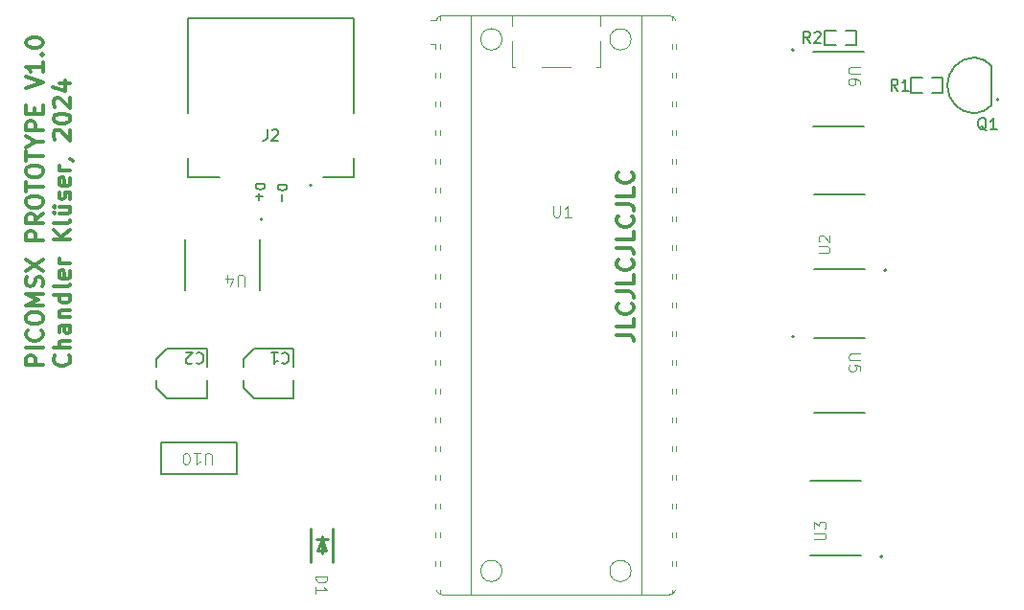
<source format=gbr>
%TF.GenerationSoftware,KiCad,Pcbnew,8.0.1*%
%TF.CreationDate,2024-04-22T15:40:42-03:00*%
%TF.ProjectId,pico-msxcart,7069636f-2d6d-4737-9863-6172742e6b69,rev?*%
%TF.SameCoordinates,Original*%
%TF.FileFunction,Legend,Top*%
%TF.FilePolarity,Positive*%
%FSLAX46Y46*%
G04 Gerber Fmt 4.6, Leading zero omitted, Abs format (unit mm)*
G04 Created by KiCad (PCBNEW 8.0.1) date 2024-04-22 15:40:42*
%MOMM*%
%LPD*%
G01*
G04 APERTURE LIST*
%ADD10C,0.300000*%
%ADD11C,0.187500*%
%ADD12C,0.150000*%
%ADD13C,0.100000*%
%ADD14C,0.200000*%
%ADD15C,0.127000*%
%ADD16C,0.250000*%
%ADD17C,0.120000*%
G04 APERTURE END LIST*
D10*
X144604828Y-94216117D02*
X145676257Y-94216117D01*
X145676257Y-94216117D02*
X145890542Y-94287546D01*
X145890542Y-94287546D02*
X146033400Y-94430403D01*
X146033400Y-94430403D02*
X146104828Y-94644689D01*
X146104828Y-94644689D02*
X146104828Y-94787546D01*
X146104828Y-92787546D02*
X146104828Y-93501832D01*
X146104828Y-93501832D02*
X144604828Y-93501832D01*
X145961971Y-91430403D02*
X146033400Y-91501831D01*
X146033400Y-91501831D02*
X146104828Y-91716117D01*
X146104828Y-91716117D02*
X146104828Y-91858974D01*
X146104828Y-91858974D02*
X146033400Y-92073260D01*
X146033400Y-92073260D02*
X145890542Y-92216117D01*
X145890542Y-92216117D02*
X145747685Y-92287546D01*
X145747685Y-92287546D02*
X145461971Y-92358974D01*
X145461971Y-92358974D02*
X145247685Y-92358974D01*
X145247685Y-92358974D02*
X144961971Y-92287546D01*
X144961971Y-92287546D02*
X144819114Y-92216117D01*
X144819114Y-92216117D02*
X144676257Y-92073260D01*
X144676257Y-92073260D02*
X144604828Y-91858974D01*
X144604828Y-91858974D02*
X144604828Y-91716117D01*
X144604828Y-91716117D02*
X144676257Y-91501831D01*
X144676257Y-91501831D02*
X144747685Y-91430403D01*
X144604828Y-90358974D02*
X145676257Y-90358974D01*
X145676257Y-90358974D02*
X145890542Y-90430403D01*
X145890542Y-90430403D02*
X146033400Y-90573260D01*
X146033400Y-90573260D02*
X146104828Y-90787546D01*
X146104828Y-90787546D02*
X146104828Y-90930403D01*
X146104828Y-88930403D02*
X146104828Y-89644689D01*
X146104828Y-89644689D02*
X144604828Y-89644689D01*
X145961971Y-87573260D02*
X146033400Y-87644688D01*
X146033400Y-87644688D02*
X146104828Y-87858974D01*
X146104828Y-87858974D02*
X146104828Y-88001831D01*
X146104828Y-88001831D02*
X146033400Y-88216117D01*
X146033400Y-88216117D02*
X145890542Y-88358974D01*
X145890542Y-88358974D02*
X145747685Y-88430403D01*
X145747685Y-88430403D02*
X145461971Y-88501831D01*
X145461971Y-88501831D02*
X145247685Y-88501831D01*
X145247685Y-88501831D02*
X144961971Y-88430403D01*
X144961971Y-88430403D02*
X144819114Y-88358974D01*
X144819114Y-88358974D02*
X144676257Y-88216117D01*
X144676257Y-88216117D02*
X144604828Y-88001831D01*
X144604828Y-88001831D02*
X144604828Y-87858974D01*
X144604828Y-87858974D02*
X144676257Y-87644688D01*
X144676257Y-87644688D02*
X144747685Y-87573260D01*
X144604828Y-86501831D02*
X145676257Y-86501831D01*
X145676257Y-86501831D02*
X145890542Y-86573260D01*
X145890542Y-86573260D02*
X146033400Y-86716117D01*
X146033400Y-86716117D02*
X146104828Y-86930403D01*
X146104828Y-86930403D02*
X146104828Y-87073260D01*
X146104828Y-85073260D02*
X146104828Y-85787546D01*
X146104828Y-85787546D02*
X144604828Y-85787546D01*
X145961971Y-83716117D02*
X146033400Y-83787545D01*
X146033400Y-83787545D02*
X146104828Y-84001831D01*
X146104828Y-84001831D02*
X146104828Y-84144688D01*
X146104828Y-84144688D02*
X146033400Y-84358974D01*
X146033400Y-84358974D02*
X145890542Y-84501831D01*
X145890542Y-84501831D02*
X145747685Y-84573260D01*
X145747685Y-84573260D02*
X145461971Y-84644688D01*
X145461971Y-84644688D02*
X145247685Y-84644688D01*
X145247685Y-84644688D02*
X144961971Y-84573260D01*
X144961971Y-84573260D02*
X144819114Y-84501831D01*
X144819114Y-84501831D02*
X144676257Y-84358974D01*
X144676257Y-84358974D02*
X144604828Y-84144688D01*
X144604828Y-84144688D02*
X144604828Y-84001831D01*
X144604828Y-84001831D02*
X144676257Y-83787545D01*
X144676257Y-83787545D02*
X144747685Y-83716117D01*
X144604828Y-82644688D02*
X145676257Y-82644688D01*
X145676257Y-82644688D02*
X145890542Y-82716117D01*
X145890542Y-82716117D02*
X146033400Y-82858974D01*
X146033400Y-82858974D02*
X146104828Y-83073260D01*
X146104828Y-83073260D02*
X146104828Y-83216117D01*
X146104828Y-81216117D02*
X146104828Y-81930403D01*
X146104828Y-81930403D02*
X144604828Y-81930403D01*
X145961971Y-79858974D02*
X146033400Y-79930402D01*
X146033400Y-79930402D02*
X146104828Y-80144688D01*
X146104828Y-80144688D02*
X146104828Y-80287545D01*
X146104828Y-80287545D02*
X146033400Y-80501831D01*
X146033400Y-80501831D02*
X145890542Y-80644688D01*
X145890542Y-80644688D02*
X145747685Y-80716117D01*
X145747685Y-80716117D02*
X145461971Y-80787545D01*
X145461971Y-80787545D02*
X145247685Y-80787545D01*
X145247685Y-80787545D02*
X144961971Y-80716117D01*
X144961971Y-80716117D02*
X144819114Y-80644688D01*
X144819114Y-80644688D02*
X144676257Y-80501831D01*
X144676257Y-80501831D02*
X144604828Y-80287545D01*
X144604828Y-80287545D02*
X144604828Y-80144688D01*
X144604828Y-80144688D02*
X144676257Y-79930402D01*
X144676257Y-79930402D02*
X144747685Y-79858974D01*
D11*
X112720454Y-80882631D02*
X113520454Y-80882631D01*
X113520454Y-80882631D02*
X113520454Y-81073107D01*
X113520454Y-81073107D02*
X113482359Y-81187393D01*
X113482359Y-81187393D02*
X113406169Y-81263583D01*
X113406169Y-81263583D02*
X113329978Y-81301678D01*
X113329978Y-81301678D02*
X113177597Y-81339774D01*
X113177597Y-81339774D02*
X113063311Y-81339774D01*
X113063311Y-81339774D02*
X112910930Y-81301678D01*
X112910930Y-81301678D02*
X112834740Y-81263583D01*
X112834740Y-81263583D02*
X112758550Y-81187393D01*
X112758550Y-81187393D02*
X112720454Y-81073107D01*
X112720454Y-81073107D02*
X112720454Y-80882631D01*
X113025216Y-81682631D02*
X113025216Y-82292155D01*
X112720454Y-81987393D02*
X113329978Y-81987393D01*
D10*
X93956712Y-96879889D02*
X92456712Y-96879889D01*
X92456712Y-96879889D02*
X92456712Y-96308460D01*
X92456712Y-96308460D02*
X92528141Y-96165603D01*
X92528141Y-96165603D02*
X92599569Y-96094174D01*
X92599569Y-96094174D02*
X92742426Y-96022746D01*
X92742426Y-96022746D02*
X92956712Y-96022746D01*
X92956712Y-96022746D02*
X93099569Y-96094174D01*
X93099569Y-96094174D02*
X93170998Y-96165603D01*
X93170998Y-96165603D02*
X93242426Y-96308460D01*
X93242426Y-96308460D02*
X93242426Y-96879889D01*
X93956712Y-95379889D02*
X92456712Y-95379889D01*
X93813855Y-93808460D02*
X93885284Y-93879888D01*
X93885284Y-93879888D02*
X93956712Y-94094174D01*
X93956712Y-94094174D02*
X93956712Y-94237031D01*
X93956712Y-94237031D02*
X93885284Y-94451317D01*
X93885284Y-94451317D02*
X93742426Y-94594174D01*
X93742426Y-94594174D02*
X93599569Y-94665603D01*
X93599569Y-94665603D02*
X93313855Y-94737031D01*
X93313855Y-94737031D02*
X93099569Y-94737031D01*
X93099569Y-94737031D02*
X92813855Y-94665603D01*
X92813855Y-94665603D02*
X92670998Y-94594174D01*
X92670998Y-94594174D02*
X92528141Y-94451317D01*
X92528141Y-94451317D02*
X92456712Y-94237031D01*
X92456712Y-94237031D02*
X92456712Y-94094174D01*
X92456712Y-94094174D02*
X92528141Y-93879888D01*
X92528141Y-93879888D02*
X92599569Y-93808460D01*
X92456712Y-92879888D02*
X92456712Y-92594174D01*
X92456712Y-92594174D02*
X92528141Y-92451317D01*
X92528141Y-92451317D02*
X92670998Y-92308460D01*
X92670998Y-92308460D02*
X92956712Y-92237031D01*
X92956712Y-92237031D02*
X93456712Y-92237031D01*
X93456712Y-92237031D02*
X93742426Y-92308460D01*
X93742426Y-92308460D02*
X93885284Y-92451317D01*
X93885284Y-92451317D02*
X93956712Y-92594174D01*
X93956712Y-92594174D02*
X93956712Y-92879888D01*
X93956712Y-92879888D02*
X93885284Y-93022746D01*
X93885284Y-93022746D02*
X93742426Y-93165603D01*
X93742426Y-93165603D02*
X93456712Y-93237031D01*
X93456712Y-93237031D02*
X92956712Y-93237031D01*
X92956712Y-93237031D02*
X92670998Y-93165603D01*
X92670998Y-93165603D02*
X92528141Y-93022746D01*
X92528141Y-93022746D02*
X92456712Y-92879888D01*
X93956712Y-91594174D02*
X92456712Y-91594174D01*
X92456712Y-91594174D02*
X93528141Y-91094174D01*
X93528141Y-91094174D02*
X92456712Y-90594174D01*
X92456712Y-90594174D02*
X93956712Y-90594174D01*
X93885284Y-89951316D02*
X93956712Y-89737031D01*
X93956712Y-89737031D02*
X93956712Y-89379888D01*
X93956712Y-89379888D02*
X93885284Y-89237031D01*
X93885284Y-89237031D02*
X93813855Y-89165602D01*
X93813855Y-89165602D02*
X93670998Y-89094173D01*
X93670998Y-89094173D02*
X93528141Y-89094173D01*
X93528141Y-89094173D02*
X93385284Y-89165602D01*
X93385284Y-89165602D02*
X93313855Y-89237031D01*
X93313855Y-89237031D02*
X93242426Y-89379888D01*
X93242426Y-89379888D02*
X93170998Y-89665602D01*
X93170998Y-89665602D02*
X93099569Y-89808459D01*
X93099569Y-89808459D02*
X93028141Y-89879888D01*
X93028141Y-89879888D02*
X92885284Y-89951316D01*
X92885284Y-89951316D02*
X92742426Y-89951316D01*
X92742426Y-89951316D02*
X92599569Y-89879888D01*
X92599569Y-89879888D02*
X92528141Y-89808459D01*
X92528141Y-89808459D02*
X92456712Y-89665602D01*
X92456712Y-89665602D02*
X92456712Y-89308459D01*
X92456712Y-89308459D02*
X92528141Y-89094173D01*
X92456712Y-88594174D02*
X93956712Y-87594174D01*
X92456712Y-87594174D02*
X93956712Y-88594174D01*
X93956712Y-85879889D02*
X92456712Y-85879889D01*
X92456712Y-85879889D02*
X92456712Y-85308460D01*
X92456712Y-85308460D02*
X92528141Y-85165603D01*
X92528141Y-85165603D02*
X92599569Y-85094174D01*
X92599569Y-85094174D02*
X92742426Y-85022746D01*
X92742426Y-85022746D02*
X92956712Y-85022746D01*
X92956712Y-85022746D02*
X93099569Y-85094174D01*
X93099569Y-85094174D02*
X93170998Y-85165603D01*
X93170998Y-85165603D02*
X93242426Y-85308460D01*
X93242426Y-85308460D02*
X93242426Y-85879889D01*
X93956712Y-83522746D02*
X93242426Y-84022746D01*
X93956712Y-84379889D02*
X92456712Y-84379889D01*
X92456712Y-84379889D02*
X92456712Y-83808460D01*
X92456712Y-83808460D02*
X92528141Y-83665603D01*
X92528141Y-83665603D02*
X92599569Y-83594174D01*
X92599569Y-83594174D02*
X92742426Y-83522746D01*
X92742426Y-83522746D02*
X92956712Y-83522746D01*
X92956712Y-83522746D02*
X93099569Y-83594174D01*
X93099569Y-83594174D02*
X93170998Y-83665603D01*
X93170998Y-83665603D02*
X93242426Y-83808460D01*
X93242426Y-83808460D02*
X93242426Y-84379889D01*
X92456712Y-82594174D02*
X92456712Y-82308460D01*
X92456712Y-82308460D02*
X92528141Y-82165603D01*
X92528141Y-82165603D02*
X92670998Y-82022746D01*
X92670998Y-82022746D02*
X92956712Y-81951317D01*
X92956712Y-81951317D02*
X93456712Y-81951317D01*
X93456712Y-81951317D02*
X93742426Y-82022746D01*
X93742426Y-82022746D02*
X93885284Y-82165603D01*
X93885284Y-82165603D02*
X93956712Y-82308460D01*
X93956712Y-82308460D02*
X93956712Y-82594174D01*
X93956712Y-82594174D02*
X93885284Y-82737032D01*
X93885284Y-82737032D02*
X93742426Y-82879889D01*
X93742426Y-82879889D02*
X93456712Y-82951317D01*
X93456712Y-82951317D02*
X92956712Y-82951317D01*
X92956712Y-82951317D02*
X92670998Y-82879889D01*
X92670998Y-82879889D02*
X92528141Y-82737032D01*
X92528141Y-82737032D02*
X92456712Y-82594174D01*
X92456712Y-81522745D02*
X92456712Y-80665603D01*
X93956712Y-81094174D02*
X92456712Y-81094174D01*
X92456712Y-79879888D02*
X92456712Y-79594174D01*
X92456712Y-79594174D02*
X92528141Y-79451317D01*
X92528141Y-79451317D02*
X92670998Y-79308460D01*
X92670998Y-79308460D02*
X92956712Y-79237031D01*
X92956712Y-79237031D02*
X93456712Y-79237031D01*
X93456712Y-79237031D02*
X93742426Y-79308460D01*
X93742426Y-79308460D02*
X93885284Y-79451317D01*
X93885284Y-79451317D02*
X93956712Y-79594174D01*
X93956712Y-79594174D02*
X93956712Y-79879888D01*
X93956712Y-79879888D02*
X93885284Y-80022746D01*
X93885284Y-80022746D02*
X93742426Y-80165603D01*
X93742426Y-80165603D02*
X93456712Y-80237031D01*
X93456712Y-80237031D02*
X92956712Y-80237031D01*
X92956712Y-80237031D02*
X92670998Y-80165603D01*
X92670998Y-80165603D02*
X92528141Y-80022746D01*
X92528141Y-80022746D02*
X92456712Y-79879888D01*
X92456712Y-78808459D02*
X92456712Y-77951317D01*
X93956712Y-78379888D02*
X92456712Y-78379888D01*
X93242426Y-77165602D02*
X93956712Y-77165602D01*
X92456712Y-77665602D02*
X93242426Y-77165602D01*
X93242426Y-77165602D02*
X92456712Y-76665602D01*
X93956712Y-76165603D02*
X92456712Y-76165603D01*
X92456712Y-76165603D02*
X92456712Y-75594174D01*
X92456712Y-75594174D02*
X92528141Y-75451317D01*
X92528141Y-75451317D02*
X92599569Y-75379888D01*
X92599569Y-75379888D02*
X92742426Y-75308460D01*
X92742426Y-75308460D02*
X92956712Y-75308460D01*
X92956712Y-75308460D02*
X93099569Y-75379888D01*
X93099569Y-75379888D02*
X93170998Y-75451317D01*
X93170998Y-75451317D02*
X93242426Y-75594174D01*
X93242426Y-75594174D02*
X93242426Y-76165603D01*
X93170998Y-74665603D02*
X93170998Y-74165603D01*
X93956712Y-73951317D02*
X93956712Y-74665603D01*
X93956712Y-74665603D02*
X92456712Y-74665603D01*
X92456712Y-74665603D02*
X92456712Y-73951317D01*
X92456712Y-72379888D02*
X93956712Y-71879888D01*
X93956712Y-71879888D02*
X92456712Y-71379888D01*
X93956712Y-70094174D02*
X93956712Y-70951317D01*
X93956712Y-70522746D02*
X92456712Y-70522746D01*
X92456712Y-70522746D02*
X92670998Y-70665603D01*
X92670998Y-70665603D02*
X92813855Y-70808460D01*
X92813855Y-70808460D02*
X92885284Y-70951317D01*
X93813855Y-69451318D02*
X93885284Y-69379889D01*
X93885284Y-69379889D02*
X93956712Y-69451318D01*
X93956712Y-69451318D02*
X93885284Y-69522746D01*
X93885284Y-69522746D02*
X93813855Y-69451318D01*
X93813855Y-69451318D02*
X93956712Y-69451318D01*
X92456712Y-68451317D02*
X92456712Y-68308460D01*
X92456712Y-68308460D02*
X92528141Y-68165603D01*
X92528141Y-68165603D02*
X92599569Y-68094175D01*
X92599569Y-68094175D02*
X92742426Y-68022746D01*
X92742426Y-68022746D02*
X93028141Y-67951317D01*
X93028141Y-67951317D02*
X93385284Y-67951317D01*
X93385284Y-67951317D02*
X93670998Y-68022746D01*
X93670998Y-68022746D02*
X93813855Y-68094175D01*
X93813855Y-68094175D02*
X93885284Y-68165603D01*
X93885284Y-68165603D02*
X93956712Y-68308460D01*
X93956712Y-68308460D02*
X93956712Y-68451317D01*
X93956712Y-68451317D02*
X93885284Y-68594175D01*
X93885284Y-68594175D02*
X93813855Y-68665603D01*
X93813855Y-68665603D02*
X93670998Y-68737032D01*
X93670998Y-68737032D02*
X93385284Y-68808460D01*
X93385284Y-68808460D02*
X93028141Y-68808460D01*
X93028141Y-68808460D02*
X92742426Y-68737032D01*
X92742426Y-68737032D02*
X92599569Y-68665603D01*
X92599569Y-68665603D02*
X92528141Y-68594175D01*
X92528141Y-68594175D02*
X92456712Y-68451317D01*
X96228771Y-96022746D02*
X96300200Y-96094174D01*
X96300200Y-96094174D02*
X96371628Y-96308460D01*
X96371628Y-96308460D02*
X96371628Y-96451317D01*
X96371628Y-96451317D02*
X96300200Y-96665603D01*
X96300200Y-96665603D02*
X96157342Y-96808460D01*
X96157342Y-96808460D02*
X96014485Y-96879889D01*
X96014485Y-96879889D02*
X95728771Y-96951317D01*
X95728771Y-96951317D02*
X95514485Y-96951317D01*
X95514485Y-96951317D02*
X95228771Y-96879889D01*
X95228771Y-96879889D02*
X95085914Y-96808460D01*
X95085914Y-96808460D02*
X94943057Y-96665603D01*
X94943057Y-96665603D02*
X94871628Y-96451317D01*
X94871628Y-96451317D02*
X94871628Y-96308460D01*
X94871628Y-96308460D02*
X94943057Y-96094174D01*
X94943057Y-96094174D02*
X95014485Y-96022746D01*
X96371628Y-95379889D02*
X94871628Y-95379889D01*
X96371628Y-94737032D02*
X95585914Y-94737032D01*
X95585914Y-94737032D02*
X95443057Y-94808460D01*
X95443057Y-94808460D02*
X95371628Y-94951317D01*
X95371628Y-94951317D02*
X95371628Y-95165603D01*
X95371628Y-95165603D02*
X95443057Y-95308460D01*
X95443057Y-95308460D02*
X95514485Y-95379889D01*
X96371628Y-93379889D02*
X95585914Y-93379889D01*
X95585914Y-93379889D02*
X95443057Y-93451317D01*
X95443057Y-93451317D02*
X95371628Y-93594174D01*
X95371628Y-93594174D02*
X95371628Y-93879889D01*
X95371628Y-93879889D02*
X95443057Y-94022746D01*
X96300200Y-93379889D02*
X96371628Y-93522746D01*
X96371628Y-93522746D02*
X96371628Y-93879889D01*
X96371628Y-93879889D02*
X96300200Y-94022746D01*
X96300200Y-94022746D02*
X96157342Y-94094174D01*
X96157342Y-94094174D02*
X96014485Y-94094174D01*
X96014485Y-94094174D02*
X95871628Y-94022746D01*
X95871628Y-94022746D02*
X95800200Y-93879889D01*
X95800200Y-93879889D02*
X95800200Y-93522746D01*
X95800200Y-93522746D02*
X95728771Y-93379889D01*
X95371628Y-92665603D02*
X96371628Y-92665603D01*
X95514485Y-92665603D02*
X95443057Y-92594174D01*
X95443057Y-92594174D02*
X95371628Y-92451317D01*
X95371628Y-92451317D02*
X95371628Y-92237031D01*
X95371628Y-92237031D02*
X95443057Y-92094174D01*
X95443057Y-92094174D02*
X95585914Y-92022746D01*
X95585914Y-92022746D02*
X96371628Y-92022746D01*
X96371628Y-90665603D02*
X94871628Y-90665603D01*
X96300200Y-90665603D02*
X96371628Y-90808460D01*
X96371628Y-90808460D02*
X96371628Y-91094174D01*
X96371628Y-91094174D02*
X96300200Y-91237031D01*
X96300200Y-91237031D02*
X96228771Y-91308460D01*
X96228771Y-91308460D02*
X96085914Y-91379888D01*
X96085914Y-91379888D02*
X95657342Y-91379888D01*
X95657342Y-91379888D02*
X95514485Y-91308460D01*
X95514485Y-91308460D02*
X95443057Y-91237031D01*
X95443057Y-91237031D02*
X95371628Y-91094174D01*
X95371628Y-91094174D02*
X95371628Y-90808460D01*
X95371628Y-90808460D02*
X95443057Y-90665603D01*
X96371628Y-89737031D02*
X96300200Y-89879888D01*
X96300200Y-89879888D02*
X96157342Y-89951317D01*
X96157342Y-89951317D02*
X94871628Y-89951317D01*
X96300200Y-88594174D02*
X96371628Y-88737031D01*
X96371628Y-88737031D02*
X96371628Y-89022746D01*
X96371628Y-89022746D02*
X96300200Y-89165603D01*
X96300200Y-89165603D02*
X96157342Y-89237031D01*
X96157342Y-89237031D02*
X95585914Y-89237031D01*
X95585914Y-89237031D02*
X95443057Y-89165603D01*
X95443057Y-89165603D02*
X95371628Y-89022746D01*
X95371628Y-89022746D02*
X95371628Y-88737031D01*
X95371628Y-88737031D02*
X95443057Y-88594174D01*
X95443057Y-88594174D02*
X95585914Y-88522746D01*
X95585914Y-88522746D02*
X95728771Y-88522746D01*
X95728771Y-88522746D02*
X95871628Y-89237031D01*
X96371628Y-87879889D02*
X95371628Y-87879889D01*
X95657342Y-87879889D02*
X95514485Y-87808460D01*
X95514485Y-87808460D02*
X95443057Y-87737032D01*
X95443057Y-87737032D02*
X95371628Y-87594174D01*
X95371628Y-87594174D02*
X95371628Y-87451317D01*
X96371628Y-85808461D02*
X94871628Y-85808461D01*
X96371628Y-84951318D02*
X95514485Y-85594175D01*
X94871628Y-84951318D02*
X95728771Y-85808461D01*
X96371628Y-84094175D02*
X96300200Y-84237032D01*
X96300200Y-84237032D02*
X96157342Y-84308461D01*
X96157342Y-84308461D02*
X94871628Y-84308461D01*
X95371628Y-82879890D02*
X96371628Y-82879890D01*
X95371628Y-83522747D02*
X96157342Y-83522747D01*
X96157342Y-83522747D02*
X96300200Y-83451318D01*
X96300200Y-83451318D02*
X96371628Y-83308461D01*
X96371628Y-83308461D02*
X96371628Y-83094175D01*
X96371628Y-83094175D02*
X96300200Y-82951318D01*
X96300200Y-82951318D02*
X96228771Y-82879890D01*
X94871628Y-83451318D02*
X94943057Y-83379890D01*
X94943057Y-83379890D02*
X95014485Y-83451318D01*
X95014485Y-83451318D02*
X94943057Y-83522747D01*
X94943057Y-83522747D02*
X94871628Y-83451318D01*
X94871628Y-83451318D02*
X95014485Y-83451318D01*
X94871628Y-82879890D02*
X94943057Y-82808461D01*
X94943057Y-82808461D02*
X95014485Y-82879890D01*
X95014485Y-82879890D02*
X94943057Y-82951318D01*
X94943057Y-82951318D02*
X94871628Y-82879890D01*
X94871628Y-82879890D02*
X95014485Y-82879890D01*
X96300200Y-82237032D02*
X96371628Y-82094175D01*
X96371628Y-82094175D02*
X96371628Y-81808461D01*
X96371628Y-81808461D02*
X96300200Y-81665604D01*
X96300200Y-81665604D02*
X96157342Y-81594175D01*
X96157342Y-81594175D02*
X96085914Y-81594175D01*
X96085914Y-81594175D02*
X95943057Y-81665604D01*
X95943057Y-81665604D02*
X95871628Y-81808461D01*
X95871628Y-81808461D02*
X95871628Y-82022747D01*
X95871628Y-82022747D02*
X95800200Y-82165604D01*
X95800200Y-82165604D02*
X95657342Y-82237032D01*
X95657342Y-82237032D02*
X95585914Y-82237032D01*
X95585914Y-82237032D02*
X95443057Y-82165604D01*
X95443057Y-82165604D02*
X95371628Y-82022747D01*
X95371628Y-82022747D02*
X95371628Y-81808461D01*
X95371628Y-81808461D02*
X95443057Y-81665604D01*
X96300200Y-80379889D02*
X96371628Y-80522746D01*
X96371628Y-80522746D02*
X96371628Y-80808461D01*
X96371628Y-80808461D02*
X96300200Y-80951318D01*
X96300200Y-80951318D02*
X96157342Y-81022746D01*
X96157342Y-81022746D02*
X95585914Y-81022746D01*
X95585914Y-81022746D02*
X95443057Y-80951318D01*
X95443057Y-80951318D02*
X95371628Y-80808461D01*
X95371628Y-80808461D02*
X95371628Y-80522746D01*
X95371628Y-80522746D02*
X95443057Y-80379889D01*
X95443057Y-80379889D02*
X95585914Y-80308461D01*
X95585914Y-80308461D02*
X95728771Y-80308461D01*
X95728771Y-80308461D02*
X95871628Y-81022746D01*
X96371628Y-79665604D02*
X95371628Y-79665604D01*
X95657342Y-79665604D02*
X95514485Y-79594175D01*
X95514485Y-79594175D02*
X95443057Y-79522747D01*
X95443057Y-79522747D02*
X95371628Y-79379889D01*
X95371628Y-79379889D02*
X95371628Y-79237032D01*
X96300200Y-78665604D02*
X96371628Y-78665604D01*
X96371628Y-78665604D02*
X96514485Y-78737033D01*
X96514485Y-78737033D02*
X96585914Y-78808461D01*
X95014485Y-76951318D02*
X94943057Y-76879890D01*
X94943057Y-76879890D02*
X94871628Y-76737033D01*
X94871628Y-76737033D02*
X94871628Y-76379890D01*
X94871628Y-76379890D02*
X94943057Y-76237033D01*
X94943057Y-76237033D02*
X95014485Y-76165604D01*
X95014485Y-76165604D02*
X95157342Y-76094175D01*
X95157342Y-76094175D02*
X95300200Y-76094175D01*
X95300200Y-76094175D02*
X95514485Y-76165604D01*
X95514485Y-76165604D02*
X96371628Y-77022747D01*
X96371628Y-77022747D02*
X96371628Y-76094175D01*
X94871628Y-75165604D02*
X94871628Y-75022747D01*
X94871628Y-75022747D02*
X94943057Y-74879890D01*
X94943057Y-74879890D02*
X95014485Y-74808462D01*
X95014485Y-74808462D02*
X95157342Y-74737033D01*
X95157342Y-74737033D02*
X95443057Y-74665604D01*
X95443057Y-74665604D02*
X95800200Y-74665604D01*
X95800200Y-74665604D02*
X96085914Y-74737033D01*
X96085914Y-74737033D02*
X96228771Y-74808462D01*
X96228771Y-74808462D02*
X96300200Y-74879890D01*
X96300200Y-74879890D02*
X96371628Y-75022747D01*
X96371628Y-75022747D02*
X96371628Y-75165604D01*
X96371628Y-75165604D02*
X96300200Y-75308462D01*
X96300200Y-75308462D02*
X96228771Y-75379890D01*
X96228771Y-75379890D02*
X96085914Y-75451319D01*
X96085914Y-75451319D02*
X95800200Y-75522747D01*
X95800200Y-75522747D02*
X95443057Y-75522747D01*
X95443057Y-75522747D02*
X95157342Y-75451319D01*
X95157342Y-75451319D02*
X95014485Y-75379890D01*
X95014485Y-75379890D02*
X94943057Y-75308462D01*
X94943057Y-75308462D02*
X94871628Y-75165604D01*
X95014485Y-74094176D02*
X94943057Y-74022748D01*
X94943057Y-74022748D02*
X94871628Y-73879891D01*
X94871628Y-73879891D02*
X94871628Y-73522748D01*
X94871628Y-73522748D02*
X94943057Y-73379891D01*
X94943057Y-73379891D02*
X95014485Y-73308462D01*
X95014485Y-73308462D02*
X95157342Y-73237033D01*
X95157342Y-73237033D02*
X95300200Y-73237033D01*
X95300200Y-73237033D02*
X95514485Y-73308462D01*
X95514485Y-73308462D02*
X96371628Y-74165605D01*
X96371628Y-74165605D02*
X96371628Y-73237033D01*
X95371628Y-71951320D02*
X96371628Y-71951320D01*
X94800200Y-72308462D02*
X95871628Y-72665605D01*
X95871628Y-72665605D02*
X95871628Y-71737034D01*
D11*
X114701654Y-80984231D02*
X115501654Y-80984231D01*
X115501654Y-80984231D02*
X115501654Y-81174707D01*
X115501654Y-81174707D02*
X115463559Y-81288993D01*
X115463559Y-81288993D02*
X115387369Y-81365183D01*
X115387369Y-81365183D02*
X115311178Y-81403278D01*
X115311178Y-81403278D02*
X115158797Y-81441374D01*
X115158797Y-81441374D02*
X115044511Y-81441374D01*
X115044511Y-81441374D02*
X114892130Y-81403278D01*
X114892130Y-81403278D02*
X114815940Y-81365183D01*
X114815940Y-81365183D02*
X114739750Y-81288993D01*
X114739750Y-81288993D02*
X114701654Y-81174707D01*
X114701654Y-81174707D02*
X114701654Y-80984231D01*
X115006416Y-81784231D02*
X115006416Y-82393755D01*
D12*
X113746666Y-76061219D02*
X113746666Y-76775504D01*
X113746666Y-76775504D02*
X113699047Y-76918361D01*
X113699047Y-76918361D02*
X113603809Y-77013600D01*
X113603809Y-77013600D02*
X113460952Y-77061219D01*
X113460952Y-77061219D02*
X113365714Y-77061219D01*
X114175238Y-76156457D02*
X114222857Y-76108838D01*
X114222857Y-76108838D02*
X114318095Y-76061219D01*
X114318095Y-76061219D02*
X114556190Y-76061219D01*
X114556190Y-76061219D02*
X114651428Y-76108838D01*
X114651428Y-76108838D02*
X114699047Y-76156457D01*
X114699047Y-76156457D02*
X114746666Y-76251695D01*
X114746666Y-76251695D02*
X114746666Y-76346933D01*
X114746666Y-76346933D02*
X114699047Y-76489790D01*
X114699047Y-76489790D02*
X114127619Y-77061219D01*
X114127619Y-77061219D02*
X114746666Y-77061219D01*
X169423333Y-72619619D02*
X169090000Y-72143428D01*
X168851905Y-72619619D02*
X168851905Y-71619619D01*
X168851905Y-71619619D02*
X169232857Y-71619619D01*
X169232857Y-71619619D02*
X169328095Y-71667238D01*
X169328095Y-71667238D02*
X169375714Y-71714857D01*
X169375714Y-71714857D02*
X169423333Y-71810095D01*
X169423333Y-71810095D02*
X169423333Y-71952952D01*
X169423333Y-71952952D02*
X169375714Y-72048190D01*
X169375714Y-72048190D02*
X169328095Y-72095809D01*
X169328095Y-72095809D02*
X169232857Y-72143428D01*
X169232857Y-72143428D02*
X168851905Y-72143428D01*
X170375714Y-72619619D02*
X169804286Y-72619619D01*
X170090000Y-72619619D02*
X170090000Y-71619619D01*
X170090000Y-71619619D02*
X169994762Y-71762476D01*
X169994762Y-71762476D02*
X169899524Y-71857714D01*
X169899524Y-71857714D02*
X169804286Y-71905333D01*
D13*
X166073380Y-70563295D02*
X165263857Y-70563295D01*
X165263857Y-70563295D02*
X165168619Y-70610914D01*
X165168619Y-70610914D02*
X165121000Y-70658533D01*
X165121000Y-70658533D02*
X165073380Y-70753771D01*
X165073380Y-70753771D02*
X165073380Y-70944247D01*
X165073380Y-70944247D02*
X165121000Y-71039485D01*
X165121000Y-71039485D02*
X165168619Y-71087104D01*
X165168619Y-71087104D02*
X165263857Y-71134723D01*
X165263857Y-71134723D02*
X166073380Y-71134723D01*
X166073380Y-72039485D02*
X166073380Y-71849009D01*
X166073380Y-71849009D02*
X166025761Y-71753771D01*
X166025761Y-71753771D02*
X165978142Y-71706152D01*
X165978142Y-71706152D02*
X165835285Y-71610914D01*
X165835285Y-71610914D02*
X165644809Y-71563295D01*
X165644809Y-71563295D02*
X165263857Y-71563295D01*
X165263857Y-71563295D02*
X165168619Y-71610914D01*
X165168619Y-71610914D02*
X165121000Y-71658533D01*
X165121000Y-71658533D02*
X165073380Y-71753771D01*
X165073380Y-71753771D02*
X165073380Y-71944247D01*
X165073380Y-71944247D02*
X165121000Y-72039485D01*
X165121000Y-72039485D02*
X165168619Y-72087104D01*
X165168619Y-72087104D02*
X165263857Y-72134723D01*
X165263857Y-72134723D02*
X165501952Y-72134723D01*
X165501952Y-72134723D02*
X165597190Y-72087104D01*
X165597190Y-72087104D02*
X165644809Y-72039485D01*
X165644809Y-72039485D02*
X165692428Y-71944247D01*
X165692428Y-71944247D02*
X165692428Y-71753771D01*
X165692428Y-71753771D02*
X165644809Y-71658533D01*
X165644809Y-71658533D02*
X165597190Y-71610914D01*
X165597190Y-71610914D02*
X165501952Y-71563295D01*
X111709104Y-89899780D02*
X111709104Y-89090257D01*
X111709104Y-89090257D02*
X111661485Y-88995019D01*
X111661485Y-88995019D02*
X111613866Y-88947400D01*
X111613866Y-88947400D02*
X111518628Y-88899780D01*
X111518628Y-88899780D02*
X111328152Y-88899780D01*
X111328152Y-88899780D02*
X111232914Y-88947400D01*
X111232914Y-88947400D02*
X111185295Y-88995019D01*
X111185295Y-88995019D02*
X111137676Y-89090257D01*
X111137676Y-89090257D02*
X111137676Y-89899780D01*
X110232914Y-89566447D02*
X110232914Y-88899780D01*
X110471009Y-89947400D02*
X110709104Y-89233114D01*
X110709104Y-89233114D02*
X110090057Y-89233114D01*
X108829094Y-105669780D02*
X108829094Y-104860257D01*
X108829094Y-104860257D02*
X108781475Y-104765019D01*
X108781475Y-104765019D02*
X108733856Y-104717400D01*
X108733856Y-104717400D02*
X108638618Y-104669780D01*
X108638618Y-104669780D02*
X108448142Y-104669780D01*
X108448142Y-104669780D02*
X108352904Y-104717400D01*
X108352904Y-104717400D02*
X108305285Y-104765019D01*
X108305285Y-104765019D02*
X108257666Y-104860257D01*
X108257666Y-104860257D02*
X108257666Y-105669780D01*
X107257666Y-104669780D02*
X107829094Y-104669780D01*
X107543380Y-104669780D02*
X107543380Y-105669780D01*
X107543380Y-105669780D02*
X107638618Y-105526923D01*
X107638618Y-105526923D02*
X107733856Y-105431685D01*
X107733856Y-105431685D02*
X107829094Y-105384066D01*
X106638618Y-105669780D02*
X106543380Y-105669780D01*
X106543380Y-105669780D02*
X106448142Y-105622161D01*
X106448142Y-105622161D02*
X106400523Y-105574542D01*
X106400523Y-105574542D02*
X106352904Y-105479304D01*
X106352904Y-105479304D02*
X106305285Y-105288828D01*
X106305285Y-105288828D02*
X106305285Y-105050733D01*
X106305285Y-105050733D02*
X106352904Y-104860257D01*
X106352904Y-104860257D02*
X106400523Y-104765019D01*
X106400523Y-104765019D02*
X106448142Y-104717400D01*
X106448142Y-104717400D02*
X106543380Y-104669780D01*
X106543380Y-104669780D02*
X106638618Y-104669780D01*
X106638618Y-104669780D02*
X106733856Y-104717400D01*
X106733856Y-104717400D02*
X106781475Y-104765019D01*
X106781475Y-104765019D02*
X106829094Y-104860257D01*
X106829094Y-104860257D02*
X106876713Y-105050733D01*
X106876713Y-105050733D02*
X106876713Y-105288828D01*
X106876713Y-105288828D02*
X106829094Y-105479304D01*
X106829094Y-105479304D02*
X106781475Y-105574542D01*
X106781475Y-105574542D02*
X106733856Y-105622161D01*
X106733856Y-105622161D02*
X106638618Y-105669780D01*
X166104580Y-95894595D02*
X165295057Y-95894595D01*
X165295057Y-95894595D02*
X165199819Y-95942214D01*
X165199819Y-95942214D02*
X165152200Y-95989833D01*
X165152200Y-95989833D02*
X165104580Y-96085071D01*
X165104580Y-96085071D02*
X165104580Y-96275547D01*
X165104580Y-96275547D02*
X165152200Y-96370785D01*
X165152200Y-96370785D02*
X165199819Y-96418404D01*
X165199819Y-96418404D02*
X165295057Y-96466023D01*
X165295057Y-96466023D02*
X166104580Y-96466023D01*
X166104580Y-97418404D02*
X166104580Y-96942214D01*
X166104580Y-96942214D02*
X165628390Y-96894595D01*
X165628390Y-96894595D02*
X165676009Y-96942214D01*
X165676009Y-96942214D02*
X165723628Y-97037452D01*
X165723628Y-97037452D02*
X165723628Y-97275547D01*
X165723628Y-97275547D02*
X165676009Y-97370785D01*
X165676009Y-97370785D02*
X165628390Y-97418404D01*
X165628390Y-97418404D02*
X165533152Y-97466023D01*
X165533152Y-97466023D02*
X165295057Y-97466023D01*
X165295057Y-97466023D02*
X165199819Y-97418404D01*
X165199819Y-97418404D02*
X165152200Y-97370785D01*
X165152200Y-97370785D02*
X165104580Y-97275547D01*
X165104580Y-97275547D02*
X165104580Y-97037452D01*
X165104580Y-97037452D02*
X165152200Y-96942214D01*
X165152200Y-96942214D02*
X165199819Y-96894595D01*
D12*
X107498066Y-95881019D02*
X107545685Y-95833400D01*
X107545685Y-95833400D02*
X107688542Y-95785780D01*
X107688542Y-95785780D02*
X107783780Y-95785780D01*
X107783780Y-95785780D02*
X107926637Y-95833400D01*
X107926637Y-95833400D02*
X108021875Y-95928638D01*
X108021875Y-95928638D02*
X108069494Y-96023876D01*
X108069494Y-96023876D02*
X108117113Y-96214352D01*
X108117113Y-96214352D02*
X108117113Y-96357209D01*
X108117113Y-96357209D02*
X108069494Y-96547685D01*
X108069494Y-96547685D02*
X108021875Y-96642923D01*
X108021875Y-96642923D02*
X107926637Y-96738161D01*
X107926637Y-96738161D02*
X107783780Y-96785780D01*
X107783780Y-96785780D02*
X107688542Y-96785780D01*
X107688542Y-96785780D02*
X107545685Y-96738161D01*
X107545685Y-96738161D02*
X107498066Y-96690542D01*
X107117113Y-96690542D02*
X107069494Y-96738161D01*
X107069494Y-96738161D02*
X106974256Y-96785780D01*
X106974256Y-96785780D02*
X106736161Y-96785780D01*
X106736161Y-96785780D02*
X106640923Y-96738161D01*
X106640923Y-96738161D02*
X106593304Y-96690542D01*
X106593304Y-96690542D02*
X106545685Y-96595304D01*
X106545685Y-96595304D02*
X106545685Y-96500066D01*
X106545685Y-96500066D02*
X106593304Y-96357209D01*
X106593304Y-96357209D02*
X107164732Y-95785780D01*
X107164732Y-95785780D02*
X106545685Y-95785780D01*
D13*
X118048780Y-115543684D02*
X119048780Y-115543684D01*
X119048780Y-115543684D02*
X119048780Y-115781779D01*
X119048780Y-115781779D02*
X119001161Y-115924636D01*
X119001161Y-115924636D02*
X118905923Y-116019874D01*
X118905923Y-116019874D02*
X118810685Y-116067493D01*
X118810685Y-116067493D02*
X118620209Y-116115112D01*
X118620209Y-116115112D02*
X118477352Y-116115112D01*
X118477352Y-116115112D02*
X118286876Y-116067493D01*
X118286876Y-116067493D02*
X118191638Y-116019874D01*
X118191638Y-116019874D02*
X118096400Y-115924636D01*
X118096400Y-115924636D02*
X118048780Y-115781779D01*
X118048780Y-115781779D02*
X118048780Y-115543684D01*
X118048780Y-117067493D02*
X118048780Y-116496065D01*
X118048780Y-116781779D02*
X119048780Y-116781779D01*
X119048780Y-116781779D02*
X118905923Y-116686541D01*
X118905923Y-116686541D02*
X118810685Y-116591303D01*
X118810685Y-116591303D02*
X118763066Y-116496065D01*
D12*
X115050866Y-95881019D02*
X115098485Y-95833400D01*
X115098485Y-95833400D02*
X115241342Y-95785780D01*
X115241342Y-95785780D02*
X115336580Y-95785780D01*
X115336580Y-95785780D02*
X115479437Y-95833400D01*
X115479437Y-95833400D02*
X115574675Y-95928638D01*
X115574675Y-95928638D02*
X115622294Y-96023876D01*
X115622294Y-96023876D02*
X115669913Y-96214352D01*
X115669913Y-96214352D02*
X115669913Y-96357209D01*
X115669913Y-96357209D02*
X115622294Y-96547685D01*
X115622294Y-96547685D02*
X115574675Y-96642923D01*
X115574675Y-96642923D02*
X115479437Y-96738161D01*
X115479437Y-96738161D02*
X115336580Y-96785780D01*
X115336580Y-96785780D02*
X115241342Y-96785780D01*
X115241342Y-96785780D02*
X115098485Y-96738161D01*
X115098485Y-96738161D02*
X115050866Y-96690542D01*
X114098485Y-95785780D02*
X114669913Y-95785780D01*
X114384199Y-95785780D02*
X114384199Y-96785780D01*
X114384199Y-96785780D02*
X114479437Y-96642923D01*
X114479437Y-96642923D02*
X114574675Y-96547685D01*
X114574675Y-96547685D02*
X114669913Y-96500066D01*
D13*
X139005875Y-82794842D02*
X139005875Y-83604365D01*
X139005875Y-83604365D02*
X139053494Y-83699603D01*
X139053494Y-83699603D02*
X139101113Y-83747223D01*
X139101113Y-83747223D02*
X139196351Y-83794842D01*
X139196351Y-83794842D02*
X139386827Y-83794842D01*
X139386827Y-83794842D02*
X139482065Y-83747223D01*
X139482065Y-83747223D02*
X139529684Y-83699603D01*
X139529684Y-83699603D02*
X139577303Y-83604365D01*
X139577303Y-83604365D02*
X139577303Y-82794842D01*
X140577303Y-83794842D02*
X140005875Y-83794842D01*
X140291589Y-83794842D02*
X140291589Y-82794842D01*
X140291589Y-82794842D02*
X140196351Y-82937699D01*
X140196351Y-82937699D02*
X140101113Y-83032937D01*
X140101113Y-83032937D02*
X140005875Y-83080556D01*
X162419019Y-86986804D02*
X163228542Y-86986804D01*
X163228542Y-86986804D02*
X163323780Y-86939185D01*
X163323780Y-86939185D02*
X163371400Y-86891566D01*
X163371400Y-86891566D02*
X163419019Y-86796328D01*
X163419019Y-86796328D02*
X163419019Y-86605852D01*
X163419019Y-86605852D02*
X163371400Y-86510614D01*
X163371400Y-86510614D02*
X163323780Y-86462995D01*
X163323780Y-86462995D02*
X163228542Y-86415376D01*
X163228542Y-86415376D02*
X162419019Y-86415376D01*
X162514257Y-85986804D02*
X162466638Y-85939185D01*
X162466638Y-85939185D02*
X162419019Y-85843947D01*
X162419019Y-85843947D02*
X162419019Y-85605852D01*
X162419019Y-85605852D02*
X162466638Y-85510614D01*
X162466638Y-85510614D02*
X162514257Y-85462995D01*
X162514257Y-85462995D02*
X162609495Y-85415376D01*
X162609495Y-85415376D02*
X162704733Y-85415376D01*
X162704733Y-85415376D02*
X162847590Y-85462995D01*
X162847590Y-85462995D02*
X163419019Y-86034423D01*
X163419019Y-86034423D02*
X163419019Y-85415376D01*
X162074419Y-112318104D02*
X162883942Y-112318104D01*
X162883942Y-112318104D02*
X162979180Y-112270485D01*
X162979180Y-112270485D02*
X163026800Y-112222866D01*
X163026800Y-112222866D02*
X163074419Y-112127628D01*
X163074419Y-112127628D02*
X163074419Y-111937152D01*
X163074419Y-111937152D02*
X163026800Y-111841914D01*
X163026800Y-111841914D02*
X162979180Y-111794295D01*
X162979180Y-111794295D02*
X162883942Y-111746676D01*
X162883942Y-111746676D02*
X162074419Y-111746676D01*
X162074419Y-111365723D02*
X162074419Y-110746676D01*
X162074419Y-110746676D02*
X162455371Y-111080009D01*
X162455371Y-111080009D02*
X162455371Y-110937152D01*
X162455371Y-110937152D02*
X162502990Y-110841914D01*
X162502990Y-110841914D02*
X162550609Y-110794295D01*
X162550609Y-110794295D02*
X162645847Y-110746676D01*
X162645847Y-110746676D02*
X162883942Y-110746676D01*
X162883942Y-110746676D02*
X162979180Y-110794295D01*
X162979180Y-110794295D02*
X163026800Y-110841914D01*
X163026800Y-110841914D02*
X163074419Y-110937152D01*
X163074419Y-110937152D02*
X163074419Y-111222866D01*
X163074419Y-111222866D02*
X163026800Y-111318104D01*
X163026800Y-111318104D02*
X162979180Y-111365723D01*
D12*
X161674933Y-68403219D02*
X161341600Y-67927028D01*
X161103505Y-68403219D02*
X161103505Y-67403219D01*
X161103505Y-67403219D02*
X161484457Y-67403219D01*
X161484457Y-67403219D02*
X161579695Y-67450838D01*
X161579695Y-67450838D02*
X161627314Y-67498457D01*
X161627314Y-67498457D02*
X161674933Y-67593695D01*
X161674933Y-67593695D02*
X161674933Y-67736552D01*
X161674933Y-67736552D02*
X161627314Y-67831790D01*
X161627314Y-67831790D02*
X161579695Y-67879409D01*
X161579695Y-67879409D02*
X161484457Y-67927028D01*
X161484457Y-67927028D02*
X161103505Y-67927028D01*
X162055886Y-67498457D02*
X162103505Y-67450838D01*
X162103505Y-67450838D02*
X162198743Y-67403219D01*
X162198743Y-67403219D02*
X162436838Y-67403219D01*
X162436838Y-67403219D02*
X162532076Y-67450838D01*
X162532076Y-67450838D02*
X162579695Y-67498457D01*
X162579695Y-67498457D02*
X162627314Y-67593695D01*
X162627314Y-67593695D02*
X162627314Y-67688933D01*
X162627314Y-67688933D02*
X162579695Y-67831790D01*
X162579695Y-67831790D02*
X162008267Y-68403219D01*
X162008267Y-68403219D02*
X162627314Y-68403219D01*
X177265761Y-76143857D02*
X177170523Y-76096238D01*
X177170523Y-76096238D02*
X177075285Y-76001000D01*
X177075285Y-76001000D02*
X176932428Y-75858142D01*
X176932428Y-75858142D02*
X176837190Y-75810523D01*
X176837190Y-75810523D02*
X176741952Y-75810523D01*
X176789571Y-76048619D02*
X176694333Y-76001000D01*
X176694333Y-76001000D02*
X176599095Y-75905761D01*
X176599095Y-75905761D02*
X176551476Y-75715285D01*
X176551476Y-75715285D02*
X176551476Y-75381952D01*
X176551476Y-75381952D02*
X176599095Y-75191476D01*
X176599095Y-75191476D02*
X176694333Y-75096238D01*
X176694333Y-75096238D02*
X176789571Y-75048619D01*
X176789571Y-75048619D02*
X176980047Y-75048619D01*
X176980047Y-75048619D02*
X177075285Y-75096238D01*
X177075285Y-75096238D02*
X177170523Y-75191476D01*
X177170523Y-75191476D02*
X177218142Y-75381952D01*
X177218142Y-75381952D02*
X177218142Y-75715285D01*
X177218142Y-75715285D02*
X177170523Y-75905761D01*
X177170523Y-75905761D02*
X177075285Y-76001000D01*
X177075285Y-76001000D02*
X176980047Y-76048619D01*
X176980047Y-76048619D02*
X176789571Y-76048619D01*
X178170523Y-76048619D02*
X177599095Y-76048619D01*
X177884809Y-76048619D02*
X177884809Y-75048619D01*
X177884809Y-75048619D02*
X177789571Y-75191476D01*
X177789571Y-75191476D02*
X177694333Y-75286714D01*
X177694333Y-75286714D02*
X177599095Y-75334333D01*
D14*
%TO.C,J2*%
X106780000Y-66206400D02*
X121380000Y-66206400D01*
X106780000Y-74596400D02*
X106780000Y-66206400D01*
X106780000Y-80306400D02*
X106780000Y-78616400D01*
X109515000Y-80306400D02*
X106780000Y-80306400D01*
X121380000Y-66206400D02*
X121380000Y-74596400D01*
X121380000Y-78616400D02*
X121380000Y-80306400D01*
X121380000Y-80306400D02*
X118645000Y-80306400D01*
X117680000Y-81006400D02*
G75*
G02*
X117480000Y-81006400I-100000J0D01*
G01*
X117480000Y-81006400D02*
G75*
G02*
X117680000Y-81006400I100000J0D01*
G01*
D12*
%TO.C,R1*%
X170625000Y-71504800D02*
X171585000Y-71504800D01*
X170625000Y-72824800D02*
X170625000Y-71504800D01*
X171585000Y-72824800D02*
X170625000Y-72824800D01*
X172445000Y-72824800D02*
X173405000Y-72824800D01*
X173405000Y-71504800D02*
X172445000Y-71504800D01*
X173405000Y-72824800D02*
X173405000Y-71504800D01*
D15*
%TO.C,U6*%
X161970800Y-75770200D02*
X166470800Y-75770200D01*
X166470800Y-69170200D02*
X161970800Y-69170200D01*
D14*
X160260800Y-69039200D02*
G75*
G02*
X160060800Y-69039200I-100000J0D01*
G01*
X160060800Y-69039200D02*
G75*
G02*
X160260800Y-69039200I100000J0D01*
G01*
D15*
%TO.C,U4*%
X106502200Y-85797200D02*
X106502200Y-90297200D01*
X113102200Y-90297200D02*
X113102200Y-85797200D01*
D14*
X113333200Y-83987200D02*
G75*
G02*
X113133200Y-83987200I-100000J0D01*
G01*
X113133200Y-83987200D02*
G75*
G02*
X113333200Y-83987200I100000J0D01*
G01*
D12*
%TO.C,U10*%
X104388000Y-103757200D02*
X111048000Y-103757200D01*
X104388000Y-106497200D02*
X104388000Y-103757200D01*
X111048000Y-103757200D02*
X111048000Y-106497200D01*
X111048000Y-106497200D02*
X104388000Y-106497200D01*
D15*
%TO.C,U5*%
X162002000Y-101101500D02*
X166502000Y-101101500D01*
X166502000Y-94501500D02*
X162002000Y-94501500D01*
D14*
X160292000Y-94370500D02*
G75*
G02*
X160092000Y-94370500I-100000J0D01*
G01*
X160092000Y-94370500D02*
G75*
G02*
X160292000Y-94370500I100000J0D01*
G01*
D12*
%TO.C,C2*%
X103968400Y-96347600D02*
X103968400Y-97027600D01*
X103968400Y-98927600D02*
X103968400Y-98247600D01*
X104908400Y-95407600D02*
X103968400Y-96347600D01*
X104908400Y-99867600D02*
X103968400Y-98927600D01*
X108428400Y-95407600D02*
X104908400Y-95407600D01*
X108428400Y-97027600D02*
X108428400Y-95407600D01*
X108428400Y-98247600D02*
X108428400Y-99867600D01*
X108428400Y-99867600D02*
X104908400Y-99867600D01*
D16*
%TO.C,D1*%
X117567200Y-111326800D02*
X117567200Y-114326800D01*
X118057200Y-112316800D02*
X119077200Y-112316800D01*
X118157200Y-113336800D02*
X118967200Y-113336800D01*
X118567200Y-112066800D02*
X118567200Y-113586800D01*
X118567200Y-112316800D02*
X118157200Y-113336800D01*
X118967200Y-113336800D02*
X118567200Y-112316800D01*
X119567200Y-111326800D02*
X119567200Y-114326800D01*
D12*
%TO.C,C1*%
X111639200Y-96347600D02*
X111639200Y-97027600D01*
X111639200Y-98927600D02*
X111639200Y-98247600D01*
X112579200Y-95407600D02*
X111639200Y-96347600D01*
X112579200Y-99867600D02*
X111639200Y-98927600D01*
X116099200Y-95407600D02*
X112579200Y-95407600D01*
X116099200Y-97027600D02*
X116099200Y-95407600D01*
X116099200Y-98247600D02*
X116099200Y-99867600D01*
X116099200Y-99867600D02*
X112579200Y-99867600D01*
D17*
%TO.C,U1*%
X128632780Y-68522423D02*
X128152780Y-68522423D01*
X128632780Y-68522423D02*
X128632780Y-68942423D01*
X128632780Y-71062423D02*
X128632780Y-71482423D01*
X128632780Y-73602423D02*
X128632780Y-74022423D01*
X128632780Y-76142423D02*
X128632780Y-76562423D01*
X128632780Y-78682423D02*
X128632780Y-79102423D01*
X128632780Y-81222423D02*
X128632780Y-81642423D01*
X128632780Y-83762423D02*
X128632780Y-84182423D01*
X128632780Y-86302423D02*
X128632780Y-86722423D01*
X128632780Y-88842423D02*
X128632780Y-89262423D01*
X128632780Y-91382423D02*
X128632780Y-91802423D01*
X128632780Y-93922423D02*
X128632780Y-94342423D01*
X128632780Y-96462423D02*
X128632780Y-96882423D01*
X128632780Y-99002423D02*
X128632780Y-99422423D01*
X128632780Y-101542423D02*
X128632780Y-101962423D01*
X128632780Y-104082423D02*
X128632780Y-104502423D01*
X128632780Y-106622423D02*
X128632780Y-107042423D01*
X128632780Y-109162423D02*
X128632780Y-109582423D01*
X128632780Y-111702423D02*
X128632780Y-112122423D01*
X128632780Y-114242423D02*
X128632780Y-114662423D01*
X128663104Y-66402486D02*
X128152780Y-66402423D01*
X128972780Y-66402486D02*
X128972780Y-66045423D01*
X128972780Y-68522423D02*
X128972780Y-68942423D01*
X128972780Y-71062423D02*
X128972780Y-71482423D01*
X128972780Y-73602423D02*
X128972780Y-74022423D01*
X128972780Y-76142423D02*
X128972780Y-76562423D01*
X128972780Y-78682423D02*
X128972780Y-79102423D01*
X128972780Y-81222423D02*
X128972780Y-81642423D01*
X128972780Y-83762423D02*
X128972780Y-84182423D01*
X128972780Y-86302423D02*
X128972780Y-86722423D01*
X128972780Y-88842423D02*
X128972780Y-89262423D01*
X128972780Y-91382423D02*
X128972780Y-91802423D01*
X128972780Y-93922423D02*
X128972780Y-94342423D01*
X128972780Y-96462423D02*
X128972780Y-96882423D01*
X128972780Y-99002423D02*
X128972780Y-99422423D01*
X128972780Y-101542423D02*
X128972780Y-101962423D01*
X128972780Y-104082423D02*
X128972780Y-104502423D01*
X128972780Y-106622423D02*
X128972780Y-107042423D01*
X128972780Y-109162423D02*
X128972780Y-109582423D01*
X128972780Y-111702423D02*
X128972780Y-112122423D01*
X128972780Y-114242423D02*
X128972780Y-114662423D01*
X128972780Y-116782360D02*
X128972780Y-117139423D01*
X129242780Y-65982423D02*
X131732780Y-65982423D01*
X129242780Y-117202423D02*
X135642780Y-117202423D01*
X131732780Y-65982423D02*
X131732780Y-66895943D01*
X131732780Y-65982423D02*
X135007780Y-65982423D01*
X131732780Y-66895943D02*
X131732780Y-69288903D01*
X131732780Y-69288903D02*
X131732780Y-113895943D01*
X131732780Y-113895943D02*
X131732780Y-116288903D01*
X131732780Y-116288903D02*
X131732780Y-117202423D01*
X135007780Y-65982423D02*
X143477780Y-65982423D01*
X135342780Y-65982423D02*
X135342780Y-66898423D01*
X135342780Y-68277223D02*
X135342780Y-70502423D01*
X135342780Y-70502423D02*
X135638870Y-70502423D01*
X137996690Y-70502423D02*
X140488870Y-70502423D01*
X142842780Y-117202423D02*
X135642780Y-117202423D01*
X142842780Y-117202423D02*
X149242780Y-117202423D01*
X142846690Y-70502423D02*
X143142780Y-70502423D01*
X143142780Y-65982423D02*
X143142780Y-66898423D01*
X143142780Y-68277223D02*
X143142780Y-70502423D01*
X143477780Y-65982423D02*
X146752780Y-65982423D01*
X146752780Y-65982423D02*
X146752780Y-66895943D01*
X146752780Y-66895943D02*
X146752780Y-69288903D01*
X146752780Y-69288903D02*
X146752780Y-113895943D01*
X146752780Y-113895943D02*
X146752780Y-116288903D01*
X146752780Y-116288903D02*
X146752780Y-117202423D01*
X149242780Y-65982423D02*
X146752780Y-65982423D01*
X149512780Y-66402486D02*
X149512780Y-66045423D01*
X149512780Y-68522423D02*
X149512780Y-68942423D01*
X149512780Y-71062423D02*
X149512780Y-71482423D01*
X149512780Y-73602423D02*
X149512780Y-74022423D01*
X149512780Y-76142423D02*
X149512780Y-76562423D01*
X149512780Y-78682423D02*
X149512780Y-79102423D01*
X149512780Y-81222423D02*
X149512780Y-81642423D01*
X149512780Y-83762423D02*
X149512780Y-84182423D01*
X149512780Y-86302423D02*
X149512780Y-86722423D01*
X149512780Y-88842423D02*
X149512780Y-89262423D01*
X149512780Y-91382423D02*
X149512780Y-91802423D01*
X149512780Y-93922423D02*
X149512780Y-94342423D01*
X149512780Y-96462423D02*
X149512780Y-96882423D01*
X149512780Y-99002423D02*
X149512780Y-99422423D01*
X149512780Y-101542423D02*
X149512780Y-101962423D01*
X149512780Y-104082423D02*
X149512780Y-104502423D01*
X149512780Y-106622423D02*
X149512780Y-107042423D01*
X149512780Y-109162423D02*
X149512780Y-109582423D01*
X149512780Y-111702423D02*
X149512780Y-112122423D01*
X149512780Y-114242423D02*
X149512780Y-114662423D01*
X149512780Y-116782360D02*
X149512780Y-117139423D01*
X149852780Y-68522423D02*
X149852780Y-68942423D01*
X149852780Y-71062423D02*
X149852780Y-71482423D01*
X149852780Y-73602423D02*
X149852780Y-74022423D01*
X149852780Y-76142423D02*
X149852780Y-76562423D01*
X149852780Y-78682423D02*
X149852780Y-79102423D01*
X149852780Y-81222423D02*
X149852780Y-81642423D01*
X149852780Y-83762423D02*
X149852780Y-84182423D01*
X149852780Y-86302423D02*
X149852780Y-86722423D01*
X149852780Y-88842423D02*
X149852780Y-89262423D01*
X149852780Y-91382423D02*
X149852780Y-91802423D01*
X149852780Y-93922423D02*
X149852780Y-94342423D01*
X149852780Y-96462423D02*
X149852780Y-96882423D01*
X149852780Y-99002423D02*
X149852780Y-99422423D01*
X149852780Y-101542423D02*
X149852780Y-101962423D01*
X149852780Y-104082423D02*
X149852780Y-104502423D01*
X149852780Y-106622423D02*
X149852780Y-107042423D01*
X149852780Y-109162423D02*
X149852780Y-109582423D01*
X149852780Y-111702423D02*
X149852780Y-112122423D01*
X149852780Y-114242423D02*
X149852780Y-114662423D01*
X128663104Y-66402486D02*
G75*
G02*
X129242780Y-65982423I579676J-189937D01*
G01*
X129242780Y-117202423D02*
G75*
G02*
X128663104Y-116782360I1J610002D01*
G01*
X149242780Y-65982423D02*
G75*
G02*
X149822459Y-66402485I20J-609977D01*
G01*
X149822456Y-116782360D02*
G75*
G02*
X149242780Y-117202431I-579556J189760D01*
G01*
X134482780Y-68092423D02*
G75*
G02*
X132602780Y-68092423I-940000J0D01*
G01*
X132602780Y-68092423D02*
G75*
G02*
X134482780Y-68092423I940000J0D01*
G01*
X134482780Y-115092423D02*
G75*
G02*
X132602780Y-115092423I-940000J0D01*
G01*
X132602780Y-115092423D02*
G75*
G02*
X134482780Y-115092423I940000J0D01*
G01*
X145882780Y-68092423D02*
G75*
G02*
X144002780Y-68092423I-940000J0D01*
G01*
X144002780Y-68092423D02*
G75*
G02*
X145882780Y-68092423I940000J0D01*
G01*
X145882780Y-115092423D02*
G75*
G02*
X144002780Y-115092423I-940000J0D01*
G01*
X144002780Y-115092423D02*
G75*
G02*
X145882780Y-115092423I940000J0D01*
G01*
D15*
%TO.C,U2*%
X162021600Y-88379900D02*
X166521600Y-88379900D01*
X166521600Y-81779900D02*
X162021600Y-81779900D01*
D14*
X168431600Y-88510900D02*
G75*
G02*
X168231600Y-88510900I-100000J0D01*
G01*
X168231600Y-88510900D02*
G75*
G02*
X168431600Y-88510900I100000J0D01*
G01*
D15*
%TO.C,U3*%
X161677000Y-113711200D02*
X166177000Y-113711200D01*
X166177000Y-107111200D02*
X161677000Y-107111200D01*
D14*
X168087000Y-113842200D02*
G75*
G02*
X167887000Y-113842200I-100000J0D01*
G01*
X167887000Y-113842200D02*
G75*
G02*
X168087000Y-113842200I100000J0D01*
G01*
D12*
%TO.C,R2*%
X162979600Y-67288400D02*
X162979600Y-68608400D01*
X162979600Y-68608400D02*
X163939600Y-68608400D01*
X163939600Y-67288400D02*
X162979600Y-67288400D01*
X164799600Y-67288400D02*
X165759600Y-67288400D01*
X165759600Y-67288400D02*
X165759600Y-68608400D01*
X165759600Y-68608400D02*
X164799600Y-68608400D01*
D15*
%TO.C,Q1*%
X177739000Y-73889800D02*
X177739000Y-70439800D01*
X173799000Y-72164800D02*
G75*
G02*
X176219000Y-69689801I2447501J27499D01*
G01*
X176219000Y-69689800D02*
G75*
G02*
X177739000Y-70439800I-219130J-2359370D01*
G01*
X176219000Y-74639799D02*
G75*
G02*
X173799000Y-72164800I27501J2447500D01*
G01*
X177739000Y-73889800D02*
G75*
G02*
X176219000Y-74639800I-1739131J1609372D01*
G01*
D14*
X178369000Y-73414800D02*
G75*
G02*
X178169000Y-73414800I-100000J0D01*
G01*
X178169000Y-73414800D02*
G75*
G02*
X178369000Y-73414800I100000J0D01*
G01*
%TD*%
M02*

</source>
